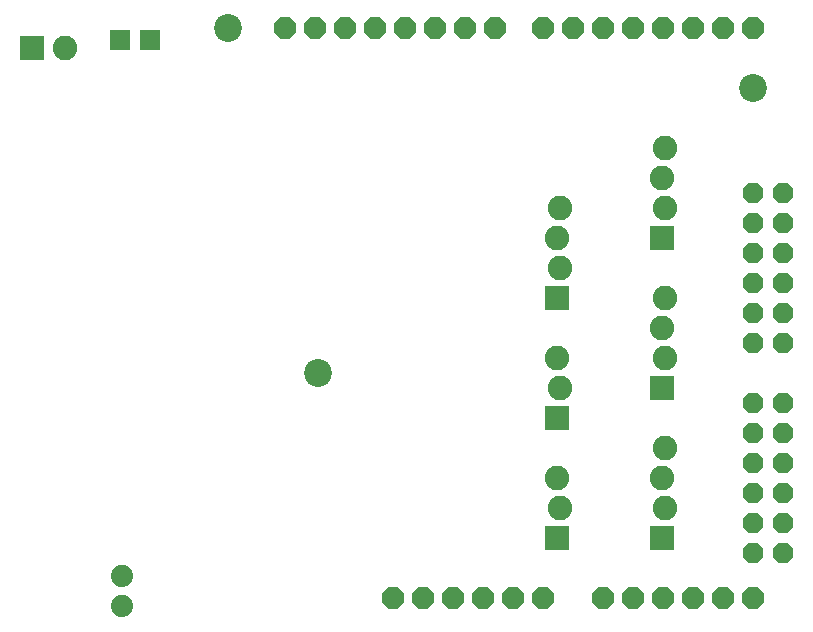
<source format=gbr>
G04 EAGLE Gerber RS-274X export*
G75*
%MOMM*%
%FSLAX34Y34*%
%LPD*%
%INSoldermask Bottom*%
%IPPOS*%
%AMOC8*
5,1,8,0,0,1.08239X$1,22.5*%
G01*
%ADD10C,2.362200*%
%ADD11P,2.034460X8X22.500000*%
%ADD12R,2.082800X2.082800*%
%ADD13C,2.082800*%
%ADD14P,1.869504X8X292.500000*%
%ADD15P,1.869504X8X112.500000*%
%ADD16C,1.879600*%
%ADD17R,1.727200X1.727200*%


D10*
X635000Y457200D03*
X190500Y508000D03*
X266700Y215900D03*
D11*
X533400Y508000D03*
X508000Y25400D03*
X558800Y508000D03*
X584200Y508000D03*
X609600Y508000D03*
X635000Y508000D03*
X508000Y508000D03*
X482600Y508000D03*
X457200Y508000D03*
X416560Y508000D03*
X391160Y508000D03*
X365760Y508000D03*
X340360Y508000D03*
X314960Y508000D03*
X289560Y508000D03*
X264160Y508000D03*
X238760Y508000D03*
X533400Y25400D03*
X558800Y25400D03*
X584200Y25400D03*
X609600Y25400D03*
X635000Y25400D03*
X457200Y25400D03*
X431800Y25400D03*
X406400Y25400D03*
X381000Y25400D03*
X355600Y25400D03*
X330200Y25400D03*
D12*
X468630Y177800D03*
D13*
X471170Y203200D03*
X468630Y228600D03*
D12*
X468630Y76200D03*
D13*
X471170Y101600D03*
X468630Y127000D03*
D12*
X557530Y76200D03*
D13*
X560070Y101600D03*
X557530Y127000D03*
X560070Y152400D03*
D14*
X635000Y190500D03*
X660400Y190500D03*
X635000Y165100D03*
X660400Y165100D03*
X635000Y139700D03*
X660400Y139700D03*
X635000Y114300D03*
X660400Y114300D03*
X635000Y88900D03*
X660400Y88900D03*
X635000Y63500D03*
X660400Y63500D03*
D12*
X24130Y491490D03*
D13*
X52070Y491490D03*
D12*
X468630Y279400D03*
D13*
X471170Y304800D03*
X468630Y330200D03*
X471170Y355600D03*
D15*
X660400Y241300D03*
X635000Y241300D03*
X660400Y266700D03*
X635000Y266700D03*
X660400Y292100D03*
X635000Y292100D03*
X660400Y317500D03*
X635000Y317500D03*
X660400Y342900D03*
X635000Y342900D03*
X660400Y368300D03*
X635000Y368300D03*
D12*
X557530Y203200D03*
D13*
X560070Y228600D03*
X557530Y254000D03*
X560070Y279400D03*
D12*
X557530Y330200D03*
D13*
X560070Y355600D03*
X557530Y381000D03*
X560070Y406400D03*
D16*
X100330Y44450D03*
X100330Y19050D03*
D17*
X124460Y497840D03*
X99060Y497840D03*
M02*

</source>
